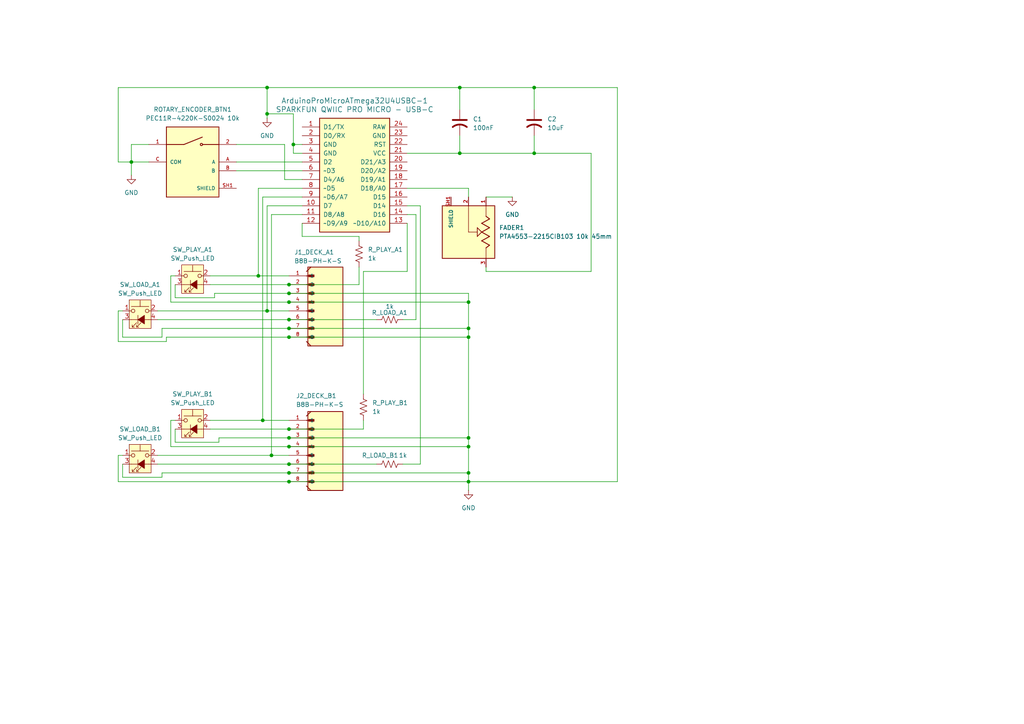
<source format=kicad_sch>
(kicad_sch (version 20250114) (generator "eeschema") (generator_version "9.0")
  (paper "A4")
  (lib_symbols
    (symbol "Arduino:Sparkfun_Pro_Micro" (pin_names (offset 1.016))
      (property "Reference" "U" (at -8.89 21.59 0))
      (property "Value" "Sparkfun_Pro_Micro" (at 0 19.05 0))
      (symbol "Sparkfun_Pro_Micro_0_1"
        (rectangle (start -10.16 17.78) (end 10.16 -15.24) (stroke (width 0.254)) (fill (type background)))
      )
      (symbol "Sparkfun_Pro_Micro_1_1"
        (pin bidirectional line (at -15.24 15.24 0) (length 5.08) (name "D1/TX") (number "1"))
        (pin bidirectional line (at -15.24 12.7 0) (length 5.08) (name "D0/RX") (number "2"))
        (pin power_in line (at -15.24 10.16 0) (length 5.08) (name "GND") (number "3"))
        (pin power_in line (at -15.24 7.62 0) (length 5.08) (name "GND") (number "4"))
        (pin bidirectional line (at -15.24 5.08 0) (length 5.08) (name "D2") (number "5"))
        (pin bidirectional line (at -15.24 2.54 0) (length 5.08) (name "~D3") (number "6"))
        (pin bidirectional line (at -15.24 0 0) (length 5.08) (name "D4/A6") (number "7"))
        (pin bidirectional line (at -15.24 -2.54 0) (length 5.08) (name "~D5") (number "8"))
        (pin bidirectional line (at -15.24 -5.08 0) (length 5.08) (name "~D6/A7") (number "9"))
        (pin bidirectional line (at -15.24 -7.62 0) (length 5.08) (name "D7") (number "10"))
        (pin bidirectional line (at -15.24 -10.16 0) (length 5.08) (name "D8/A8") (number "11"))
        (pin bidirectional line (at -15.24 -12.7 0) (length 5.08) (name "~D9/A9") (number "12"))
        (pin power_in line (at 15.24 15.24 180) (length 5.08) (name "RAW") (number "24"))
        (pin power_in line (at 15.24 12.7 180) (length 5.08) (name "GND") (number "23"))
        (pin input line (at 15.24 10.16 180) (length 5.08) (name "RST") (number "22"))
        (pin power_in line (at 15.24 7.62 180) (length 5.08) (name "VCC") (number "21"))
        (pin bidirectional line (at 15.24 5.08 180) (length 5.08) (name "D21/A3") (number "20"))
        (pin bidirectional line (at 15.24 2.54 180) (length 5.08) (name "D20/A2") (number "19"))
        (pin bidirectional line (at 15.24 0 180) (length 5.08) (name "D19/A1") (number "18"))
        (pin bidirectional line (at 15.24 -2.54 180) (length 5.08) (name "D18/A0") (number "17"))
        (pin bidirectional line (at 15.24 -5.08 180) (length 5.08) (name "D15") (number "16"))
        (pin bidirectional line (at 15.24 -7.62 180) (length 5.08) (name "D14") (number "15"))
        (pin bidirectional line (at 15.24 -10.16 180) (length 5.08) (name "D16") (number "14"))
        (pin bidirectional line (at 15.24 -12.7 180) (length 5.08) (name "~D10/A10") (number "13"))
      )
    )
    (symbol "Device:C_US" (pin_numbers (hide yes)) (pin_names (offset 0.254) (hide yes))
      (property "Reference" "C" (at 0.635 2.54 0))
      (property "Value" "C_US" (at 0.635 -2.54 0))
      (symbol "C_US_0_1"
        (polyline (pts (xy -2.032 0.762) (xy 2.032 0.762)) (stroke (width 0.508)))
        (arc (start -2.032 -1.27) (mid 0 -0.5572) (end 2.032 -1.27) (stroke (width 0.508)))
      )
      (symbol "C_US_1_1"
        (pin passive line (at 0 3.81 270) (length 2.794) (name "~") (number "1"))
        (pin passive line (at 0 -3.81 90) (length 3.302) (name "~") (number "2"))
      )
    )
    (symbol "Device:R_US" (pin_numbers (hide yes)) (pin_names (offset 0))
      (property "Reference" "R" (at 2.54 0 90))
      (property "Value" "R_US" (at -2.54 0 90))
      (symbol "R_US_0_1"
        (polyline (pts (xy 0 2.286) (xy 0 2.54)))
        (polyline (pts (xy 0 2.286) (xy 1.016 1.905) (xy 0 1.524) (xy -1.016 1.143) (xy 0 0.762)))
        (polyline (pts (xy 0 0.762) (xy 1.016 0.381) (xy 0 0) (xy -1.016 -0.381) (xy 0 -0.762)))
        (polyline (pts (xy 0 -0.762) (xy 1.016 -1.143) (xy 0 -1.524) (xy -1.016 -1.905) (xy 0 -2.286)))
        (polyline (pts (xy 0 -2.286) (xy 0 -2.54)))
      )
      (symbol "R_US_1_1"
        (pin passive line (at 0 3.81 270) (length 1.27) (name "~") (number "1"))
        (pin passive line (at 0 -3.81 90) (length 1.27) (name "~") (number "2"))
      )
    )
    (symbol "FADETUBE_LIBRARY:B8B-PH-K-S" (pin_names (offset 1.016))
      (property "Reference" "J" (at -5.58 12.7 0))
      (property "Value" "B8B-PH-K-S" (at -5.08 -12.7 0))
      (symbol "B8B-PH-K-S_0_0"
        (polyline (pts (xy -5.08 11.43) (xy -3.81 12.7)) (stroke (width 0.254)))
        (polyline (pts (xy -5.08 10.16) (xy -3.175 10.16)) (stroke (width 0.254)))
        (polyline (pts (xy -5.08 7.62) (xy -3.175 7.62)) (stroke (width 0.254)))
        (polyline (pts (xy -5.08 5.08) (xy -3.175 5.08)) (stroke (width 0.254)))
        (polyline (pts (xy -5.08 2.54) (xy -3.175 2.54)) (stroke (width 0.254)))
        (polyline (pts (xy -5.08 0) (xy -3.175 0)) (stroke (width 0.254)))
        (polyline (pts (xy -5.08 -2.54) (xy -3.175 -2.54)) (stroke (width 0.254)))
        (polyline (pts (xy -5.08 -5.08) (xy -3.175 -5.08)) (stroke (width 0.254)))
        (polyline (pts (xy -5.08 -7.62) (xy -3.175 -7.62)) (stroke (width 0.254)))
        (polyline (pts (xy -5.08 -8.89) (xy -3.81 -10.16)) (stroke (width 0.254)))
        (rectangle (start -4.6831 -10.16) (end 5.4769 12.7) (stroke (width 0.254)) (fill (type background)))
        (rectangle (start -4.445 9.8425) (end -2.8575 10.4775) (stroke (width 0.1)) (fill (type outline)))
        (rectangle (start -4.445 7.3025) (end -2.8575 7.9375) (stroke (width 0.1)) (fill (type outline)))
        (rectangle (start -4.445 4.7625) (end -2.8575 5.3975) (stroke (width 0.1)) (fill (type outline)))
        (rectangle (start -4.445 2.2225) (end -2.8575 2.8575) (stroke (width 0.1)) (fill (type outline)))
        (rectangle (start -4.445 -0.3175) (end -2.8575 0.3175) (stroke (width 0.1)) (fill (type outline)))
        (rectangle (start -4.445 -2.8575) (end -2.8575 -2.2225) (stroke (width 0.1)) (fill (type outline)))
        (rectangle (start -4.445 -5.3975) (end -2.8575 -4.7625) (stroke (width 0.1)) (fill (type outline)))
        (rectangle (start -4.445 -7.9375) (end -2.8575 -7.3025) (stroke (width 0.1)) (fill (type outline)))
        (pin passive line (at -10.16 10.16 0) (length 5.08) (name "1") (number "1"))
        (pin passive line (at -10.16 7.62 0) (length 5.08) (name "2") (number "2"))
        (pin passive line (at -10.16 5.08 0) (length 5.08) (name "3") (number "3"))
        (pin passive line (at -10.16 2.54 0) (length 5.08) (name "4") (number "4"))
        (pin passive line (at -10.16 0 0) (length 5.08) (name "5") (number "5"))
        (pin passive line (at -10.16 -2.54 0) (length 5.08) (name "6") (number "6"))
        (pin passive line (at -10.16 -5.08 0) (length 5.08) (name "7") (number "7"))
        (pin passive line (at -10.16 -7.62 0) (length 5.08) (name "8") (number "8"))
      )
    )
    (symbol "FADETUBE_LIBRARY:PEC11R-4220K-S0024" (pin_names (offset 1.016))
      (property "Reference" "S" (at -7.62 10.922 0))
      (property "Value" "PEC11R-4220K-S0024" (at -7.62 -12.7 0))
      (symbol "PEC11R-4220K-S0024_0_0"
        (rectangle (start -7.62 -10.16) (end 7.62 10.16) (stroke (width 0.254)) (fill (type background)))
        (polyline (pts (xy -2.54 5.08) (xy -7.62 5.08)) (stroke (width 0.254)))
        (polyline (pts (xy -2.54 5.08) (xy 2.794 7.2136)) (stroke (width 0.254)))
        (circle (center 2.54 5.08) (radius 0.3302) (stroke (width 0.254)))
        (polyline (pts (xy 7.62 5.08) (xy 2.921 5.08)) (stroke (width 0.254)))
        (pin passive line (at -12.7 5.08 0) (length 5.08) (name "~") (number "1"))
        (pin passive line (at -12.7 0 0) (length 5.08) (name "COM") (number "C"))
        (pin passive line (at 12.7 5.08 180) (length 5.08) (name "~") (number "2"))
        (pin passive line (at 12.7 0 180) (length 5.08) (name "A") (number "A"))
        (pin passive line (at 12.7 -2.54 180) (length 5.08) (name "B") (number "B"))
        (pin passive line (at 12.7 -7.62 180) (length 5.08) (name "SHIELD") (number "SH1"))
        (pin passive line (at 12.7 -7.62 180) (length 5.08) (hide yes) (name "SHIELD") (number "SH2"))
      )
    )
    (symbol "FADETUBE_LIBRARY:PTA4553-2215CIB103" (pin_names (offset 1.016))
      (property "Reference" "R" (at -7.62 8.382 0))
      (property "Value" "PTA4553-2215CIB103" (at -7.62 -10.16 0))
      (symbol "PTA4553-2215CIB103_0_0"
        (polyline (pts (xy -7.62 5.08) (xy -4.572 5.08)) (stroke (width 0.1524)))
        (rectangle (start -7.62 -7.62) (end 7.62 7.62) (stroke (width 0.254)) (fill (type background)))
        (polyline (pts (xy -4.572 5.08) (xy -3.81 6.096)) (stroke (width 0.254)))
        (polyline (pts (xy -3.81 6.096) (xy -2.54 3.81)) (stroke (width 0.254)))
        (polyline (pts (xy -2.54 3.81) (xy -1.27 6.096)) (stroke (width 0.254)))
        (polyline (pts (xy -1.27 6.096) (xy 0 3.81)) (stroke (width 0.254)))
        (polyline (pts (xy -1.27 2.54) (xy 0 3.81)) (stroke (width 0.2032)))
        (polyline (pts (xy 0 3.81) (xy 1.27 6.096)) (stroke (width 0.254)))
        (polyline (pts (xy 0 3.81) (xy 1.27 2.54)) (stroke (width 0.2032)))
        (polyline (pts (xy 0 2.54) (xy -1.27 2.54)) (stroke (width 0.2032)))
        (polyline (pts (xy 0 2.54) (xy 0 0)) (stroke (width 0.1524)))
        (polyline (pts (xy 0 0) (xy -7.62 0)) (stroke (width 0.1524)))
        (polyline (pts (xy 1.27 6.096) (xy 2.54 3.81)) (stroke (width 0.254)))
        (polyline (pts (xy 1.27 2.54) (xy 0 2.54)) (stroke (width 0.2032)))
        (polyline (pts (xy 2.54 3.81) (xy 3.81 6.096)) (stroke (width 0.254)))
        (polyline (pts (xy 3.81 6.096) (xy 4.572 5.08)) (stroke (width 0.254)))
        (polyline (pts (xy 4.572 5.08) (xy 7.62 5.08)) (stroke (width 0.1524)))
        (pin passive line (at -10.16 5.08 0) (length 2.54) (name "~") (number "1"))
        (pin passive line (at -10.16 0 0) (length 2.54) (name "~") (number "2"))
        (pin passive line (at -10.16 -5.08 0) (length 2.54) (name "SHIELD") (number "SH1"))
        (pin passive line (at -10.16 -5.08 0) (length 2.54) (hide yes) (name "SHIELD") (number "SH2"))
        (pin passive line (at -10.16 -5.08 0) (length 2.54) (hide yes) (name "SHIELD") (number "SH3"))
        (pin passive line (at -10.16 -5.08 0) (length 2.54) (hide yes) (name "SHIELD") (number "SH4"))
        (pin passive line (at 10.16 5.08 180) (length 2.54) (name "~") (number "3"))
      )
    )
    (symbol "Switch:SW_Push_LED" (pin_names (offset 1.016) (hide yes))
      (property "Reference" "SW" (at 0 7.62 0))
      (property "Value" "SW_Push_LED" (at 0 -3.81 0))
      (symbol "SW_Push_LED_0_0"
        (polyline (pts (xy -2.54 0) (xy 2.54 0)))
        (polyline (pts (xy -2.286 -1.524) (xy -2.286 -2.159) (xy -1.651 -2.159)))
        (polyline (pts (xy -2.286 -2.159) (xy -1.016 -0.889)))
        (polyline (pts (xy -1.016 -1.524) (xy -1.016 -2.159) (xy -0.381 -2.159)))
        (polyline (pts (xy -1.016 -2.159) (xy 0.254 -0.889)))
        (polyline (pts (xy -0.635 1.27) (xy -0.635 -1.27)))
        (polyline (pts (xy -0.635 0) (xy 1.27 1.27) (xy 1.27 -1.27) (xy -0.635 0)) (fill (type outline)))
      )
      (symbol "SW_Push_LED_0_1"
        (circle (center -2.032 2.54) (radius 0.508))
        (polyline (pts (xy 0 3.81) (xy 0 5.588)))
        (circle (center 2.032 2.54) (radius 0.508))
        (polyline (pts (xy 2.54 3.81) (xy -2.54 3.81)))
        (pin passive line (at -5.08 2.54 0) (length 2.54) (name "1") (number "1"))
        (pin passive line (at -5.08 0 0) (length 2.54) (name "K") (number "3"))
        (pin passive line (at 5.08 2.54 180) (length 2.54) (name "2") (number "2"))
        (pin passive line (at 5.08 0 180) (length 2.54) (name "A") (number "4"))
      )
      (symbol "SW_Push_LED_1_1"
        (rectangle (start -3.175 5.715) (end 3.175 -2.54) (fill (type background)))
      )
    )
    (symbol "power:GND" (power) (pin_numbers (hide yes)) (pin_names (offset 0) (hide yes))
      (property "Value" "GND" (at 0 -3.81 0))
      (symbol "GND_0_1"
        (polyline (pts (xy 0 0) (xy 0 -1.27) (xy 1.27 -1.27) (xy 0 -2.54) (xy -1.27 -1.27) (xy 0 -1.27)))
      )
      (symbol "GND_1_1"
        (pin power_in line (at 0 0 270) (length 0) (name "~") (number "1"))
      )
    )
  )
  (junction (at 76.2 121.92))
  (junction (at 83.82 85.09))
  (junction (at 83.82 137.16))
  (junction (at 83.82 92.71))
  (junction (at 135.89 127))
  (junction (at 135.89 129.54))
  (junction (at 135.89 137.16))
  (junction (at 83.82 97.79))
  (junction (at 135.89 95.25))
  (junction (at 83.82 134.62))
  (junction (at 133.35 44.45))
  (junction (at 78.74 132.08))
  (junction (at 74.93 80.01))
  (junction (at 77.47 33.02))
  (junction (at 135.89 97.79))
  (junction (at 83.82 129.54))
  (junction (at 135.89 87.63))
  (junction (at 135.89 139.7))
  (junction (at 83.82 87.63))
  (junction (at 77.47 90.17))
  (junction (at 133.35 25.4))
  (junction (at 154.94 25.4))
  (junction (at 83.82 124.46))
  (junction (at 77.47 25.4))
  (junction (at 83.82 82.55))
  (junction (at 85.09 41.91))
  (junction (at 83.82 139.7))
  (junction (at 83.82 95.25))
  (junction (at 154.94 44.45))
  (junction (at 83.82 127))
  (junction (at 38.1 46.99))
  (wire (pts (xy 48.26 97.79) (xy 48.26 99.06)))
  (wire (pts (xy 133.35 39.37) (xy 133.35 44.45)))
  (wire (pts (xy 34.29 90.17) (xy 35.56 90.17)))
  (wire (pts (xy 46.99 95.25) (xy 46.99 97.79)))
  (wire (pts (xy 116.84 92.71) (xy 120.65 92.71)))
  (wire (pts (xy 62.23 85.09) (xy 62.23 86.36)))
  (wire (pts (xy 118.11 54.61) (xy 135.89 54.61)))
  (wire (pts (xy 154.94 25.4) (xy 154.94 31.75)))
  (wire (pts (xy 45.72 92.71) (xy 83.82 92.71)))
  (wire (pts (xy 34.29 46.99) (xy 38.1 46.99)))
  (wire (pts (xy 83.82 97.79) (xy 48.26 97.79)))
  (wire (pts (xy 133.35 25.4) (xy 154.94 25.4)))
  (wire (pts (xy 83.82 87.63) (xy 49.53 87.63)))
  (wire (pts (xy 46.99 137.16) (xy 46.99 138.43)))
  (wire (pts (xy 82.55 52.07) (xy 87.63 52.07)))
  (wire (pts (xy 135.89 129.54) (xy 135.89 137.16)))
  (wire (pts (xy 62.23 86.36) (xy 50.8 86.36)))
  (wire (pts (xy 74.93 54.61) (xy 74.93 80.01)))
  (wire (pts (xy 140.97 78.74) (xy 171.45 78.74)))
  (wire (pts (xy 179.07 139.7) (xy 135.89 139.7)))
  (wire (pts (xy 154.94 44.45) (xy 171.45 44.45)))
  (wire (pts (xy 135.89 97.79) (xy 135.89 127)))
  (wire (pts (xy 179.07 25.4) (xy 179.07 139.7)))
  (wire (pts (xy 68.58 41.91) (xy 82.55 41.91)))
  (wire (pts (xy 49.53 121.92) (xy 50.8 121.92)))
  (wire (pts (xy 135.89 87.63) (xy 135.89 85.09)))
  (wire (pts (xy 118.11 78.74) (xy 118.11 64.77)))
  (wire (pts (xy 83.82 82.55) (xy 104.14 82.55)))
  (wire (pts (xy 45.72 134.62) (xy 83.82 134.62)))
  (wire (pts (xy 83.82 129.54) (xy 49.53 129.54)))
  (wire (pts (xy 154.94 39.37) (xy 154.94 44.45)))
  (wire (pts (xy 83.82 95.25) (xy 135.89 95.25)))
  (wire (pts (xy 49.53 87.63) (xy 49.53 80.01)))
  (wire (pts (xy 83.82 95.25) (xy 46.99 95.25)))
  (wire (pts (xy 45.72 90.17) (xy 77.47 90.17)))
  (wire (pts (xy 68.58 46.99) (xy 87.63 46.99)))
  (wire (pts (xy 121.92 59.69) (xy 118.11 59.69)))
  (wire (pts (xy 60.96 121.92) (xy 76.2 121.92)))
  (wire (pts (xy 87.63 59.69) (xy 77.47 59.69)))
  (wire (pts (xy 34.29 132.08) (xy 35.56 132.08)))
  (wire (pts (xy 105.41 78.74) (xy 105.41 114.3)))
  (wire (pts (xy 50.8 86.36) (xy 50.8 82.55)))
  (wire (pts (xy 140.97 77.47) (xy 140.97 78.74)))
  (wire (pts (xy 133.35 44.45) (xy 154.94 44.45)))
  (wire (pts (xy 85.09 33.02) (xy 85.09 41.91)))
  (wire (pts (xy 118.11 62.23) (xy 120.65 62.23)))
  (wire (pts (xy 60.96 80.01) (xy 74.93 80.01)))
  (wire (pts (xy 63.5 128.27) (xy 50.8 128.27)))
  (wire (pts (xy 87.63 68.58) (xy 104.14 68.58)))
  (wire (pts (xy 83.82 137.16) (xy 135.89 137.16)))
  (wire (pts (xy 83.82 134.62) (xy 109.22 134.62)))
  (wire (pts (xy 105.41 78.74) (xy 118.11 78.74)))
  (wire (pts (xy 34.29 139.7) (xy 34.29 132.08)))
  (wire (pts (xy 87.63 44.45) (xy 85.09 44.45)))
  (wire (pts (xy 116.84 134.62) (xy 121.92 134.62)))
  (wire (pts (xy 135.89 139.7) (xy 135.89 142.24)))
  (wire (pts (xy 68.58 49.53) (xy 87.63 49.53)))
  (wire (pts (xy 38.1 46.99) (xy 38.1 50.8)))
  (wire (pts (xy 35.56 138.43) (xy 35.56 134.62)))
  (wire (pts (xy 83.82 139.7) (xy 135.89 139.7)))
  (wire (pts (xy 46.99 97.79) (xy 35.56 97.79)))
  (wire (pts (xy 77.47 25.4) (xy 133.35 25.4)))
  (wire (pts (xy 46.99 138.43) (xy 35.56 138.43)))
  (wire (pts (xy 83.82 85.09) (xy 62.23 85.09)))
  (wire (pts (xy 83.82 97.79) (xy 135.89 97.79)))
  (wire (pts (xy 133.35 25.4) (xy 133.35 31.75)))
  (wire (pts (xy 77.47 59.69) (xy 77.47 90.17)))
  (wire (pts (xy 83.82 129.54) (xy 135.89 129.54)))
  (wire (pts (xy 60.96 82.55) (xy 83.82 82.55)))
  (wire (pts (xy 77.47 25.4) (xy 34.29 25.4)))
  (wire (pts (xy 104.14 68.58) (xy 104.14 69.85)))
  (wire (pts (xy 50.8 128.27) (xy 50.8 124.46)))
  (wire (pts (xy 83.82 127) (xy 135.89 127)))
  (wire (pts (xy 45.72 132.08) (xy 78.74 132.08)))
  (wire (pts (xy 140.97 57.15) (xy 148.59 57.15)))
  (wire (pts (xy 76.2 121.92) (xy 83.82 121.92)))
  (wire (pts (xy 120.65 92.71) (xy 120.65 62.23)))
  (wire (pts (xy 85.09 33.02) (xy 77.47 33.02)))
  (wire (pts (xy 87.63 57.15) (xy 76.2 57.15)))
  (wire (pts (xy 49.53 129.54) (xy 49.53 121.92)))
  (wire (pts (xy 60.96 124.46) (xy 83.82 124.46)))
  (wire (pts (xy 135.89 137.16) (xy 135.89 139.7)))
  (wire (pts (xy 82.55 41.91) (xy 82.55 52.07)))
  (wire (pts (xy 34.29 139.7) (xy 83.82 139.7)))
  (wire (pts (xy 77.47 25.4) (xy 77.47 33.02)))
  (wire (pts (xy 87.63 41.91) (xy 85.09 41.91)))
  (wire (pts (xy 77.47 33.02) (xy 77.47 34.29)))
  (wire (pts (xy 104.14 77.47) (xy 104.14 82.55)))
  (wire (pts (xy 83.82 87.63) (xy 135.89 87.63)))
  (wire (pts (xy 135.89 87.63) (xy 135.89 95.25)))
  (wire (pts (xy 35.56 97.79) (xy 35.56 92.71)))
  (wire (pts (xy 171.45 78.74) (xy 171.45 44.45)))
  (wire (pts (xy 83.82 85.09) (xy 135.89 85.09)))
  (wire (pts (xy 77.47 90.17) (xy 83.82 90.17)))
  (wire (pts (xy 135.89 95.25) (xy 135.89 97.79)))
  (wire (pts (xy 87.63 62.23) (xy 78.74 62.23)))
  (wire (pts (xy 105.41 121.92) (xy 105.41 124.46)))
  (wire (pts (xy 83.82 92.71) (xy 109.22 92.71)))
  (wire (pts (xy 74.93 80.01) (xy 83.82 80.01)))
  (wire (pts (xy 85.09 41.91) (xy 85.09 44.45)))
  (wire (pts (xy 121.92 134.62) (xy 121.92 59.69)))
  (wire (pts (xy 38.1 46.99) (xy 43.18 46.99)))
  (wire (pts (xy 87.63 64.77) (xy 87.63 68.58)))
  (wire (pts (xy 83.82 124.46) (xy 105.41 124.46)))
  (wire (pts (xy 34.29 25.4) (xy 34.29 46.99)))
  (wire (pts (xy 83.82 137.16) (xy 46.99 137.16)))
  (wire (pts (xy 38.1 41.91) (xy 38.1 46.99)))
  (wire (pts (xy 63.5 127) (xy 63.5 128.27)))
  (wire (pts (xy 43.18 41.91) (xy 38.1 41.91)))
  (wire (pts (xy 48.26 99.06) (xy 34.29 99.06)))
  (wire (pts (xy 135.89 127) (xy 135.89 129.54)))
  (wire (pts (xy 78.74 132.08) (xy 83.82 132.08)))
  (wire (pts (xy 34.29 99.06) (xy 34.29 90.17)))
  (wire (pts (xy 135.89 54.61) (xy 135.89 57.15)))
  (wire (pts (xy 78.74 62.23) (xy 78.74 132.08)))
  (wire (pts (xy 76.2 57.15) (xy 76.2 121.92)))
  (wire (pts (xy 49.53 80.01) (xy 50.8 80.01)))
  (wire (pts (xy 118.11 44.45) (xy 133.35 44.45)))
  (wire (pts (xy 74.93 54.61) (xy 87.63 54.61)))
  (wire (pts (xy 154.94 25.4) (xy 179.07 25.4)))
  (wire (pts (xy 83.82 127) (xy 63.5 127)))
  (symbol (lib_id "Device:R_US") (at 105.41 118.11 0) (unit 1)
    (property "Reference" "R_PLAY_B1" (at 107.95 116.8399 0) (effects (justify left)))
    (property "Value" "1k" (at 107.95 119.3799 0) (effects (justify left)))
    (property "Footprint" "Resistor_SMD:R_0603_1608Metric" (effects (hide yes)))
    (property "Description" "Resistor, US symbol" (effects (hide yes)))
  )
  (symbol (lib_id "Switch:SW_Push_LED") (at 40.64 134.62 0) (unit 1) (in_bom no) (on_board no)
    (property "Reference" "SW_LOAD_B1" (at 40.64 124.46 0))
    (property "Value" "SW_Push_LED" (at 40.64 127 0))
    (property "Description" "Push button switch with LED, generic" (effects (hide yes)))
  )
  (symbol (lib_id "power:GND") (at 148.59 57.15 0) (unit 1)
    (property "Reference" "#PWR02" (effects (hide yes)))
    (property "Value" "GND" (at 148.59 62.23 0))
    (property "Description" "Power symbol creates a global label with name \"GND\" , ground" (effects (hide yes)))
  )
  (symbol (lib_id "FADETUBE_LIBRARY:B8B-PH-K-S") (at 93.98 90.17 0) (unit 1)
    (property "Reference" "J1_DECK_A1" (at 85.344 73.152 0) (effects (justify left)))
    (property "Value" "B8B-PH-K-S" (at 85.344 75.692 0) (effects (justify left)))
    (property "Footprint" "FADETUBE_LIBRARY:JST_B8B-PH-K-S" (effects (hide yes)))
    (property "Datasheet" "https://www.jst.com/wp-content/uploads/2025/06/ePH.pdf" (effects (hide yes)))
    (property "MF" "JST Sales" (effects (hide yes)))
    (property "Description_1" "Connector Header Through Hole 8 position 0.079 (2.00mm)" (effects (hide yes)))
    (property "Package" "None" (effects (hide yes)))
    (property "Price" "None" (effects (hide yes)))
    (property "Check_prices" "https://www.snapeda.com/parts/B8B-PH-K-S/JST/view-part/?ref=eda" (effects (hide yes)))
    (property "SnapEDA_Link" "https://www.snapeda.com/parts/B8B-PH-K-S/JST%20Sales/view-part/?ref=search&t=B8B-PH-K-S&ab_test_case=b" (effects (hide yes)))
    (property "MP" "B8B-PH-K-S" (effects (hide yes)))
    (property "Availability" "In Stock" (effects (hide yes)))
    (property "MANUFACTURER" "JST" (effects (hide yes)))
    (property "MANUFACTURER PART NUMBER" "B8B-PH-K-S" (effects (hide yes)))
    (property "PURCHASE-URL" "https://www.digikey.com/en/products/detail/jst-sales-america-inc/B8B-PH-K-S/926617?utm_campaign=buynow&utm_medium=aggregator&utm_source=snapeda" (effects (hide yes)))
    (property "SUPPLIER" "digikey" (effects (hide yes)))
    (property "SUPPLIER PART NUMBER" "455-1710-ND" (effects (hide yes)))
  )
  (symbol (lib_id "power:GND") (at 38.1 50.8 0) (unit 1)
    (property "Reference" "#PWR03" (effects (hide yes)))
    (property "Value" "GND" (at 38.1 55.88 0))
    (property "Description" "Power symbol creates a global label with name \"GND\" , ground" (effects (hide yes)))
  )
  (symbol (lib_id "Switch:SW_Push_LED") (at 55.88 82.55 0) (unit 1) (in_bom no) (on_board no)
    (property "Reference" "SW_PLAY_A1" (at 55.88 72.39 0))
    (property "Value" "SW_Push_LED" (at 55.88 74.93 0))
    (property "Description" "Push button switch with LED, generic" (effects (hide yes)))
  )
  (symbol (lib_id "FADETUBE_LIBRARY:PTA4553-2215CIB103") (at 135.89 67.31 270) (unit 1)
    (property "Reference" "FADER1" (at 144.78 66.0399 90) (effects (justify left)))
    (property "Value" "PTA4553-2215CIB103 10k 45mm" (at 144.78 68.5799 90) (effects (justify left)))
    (property "Footprint" "FADETUBE_LIBRARY:TRIM_PTA4553-2215CIB103" (effects (hide yes)))
    (property "Datasheet" "https://bourns.com/data/global/pdfs/PTA.pdf" (effects (hide yes)))
    (property "Description" "10 kOhms 0.25W, 1/4W Through Hole Slide Potentiometer Top Adjustment Type" (effects (hide yes)))
    (property "MF" "Bourns" (effects (hide yes)))
    (property "PACKAGE" "None" (effects (hide yes)))
    (property "PRICE" "None" (effects (hide yes)))
    (property "Package" "None" (effects (hide yes)))
    (property "Check_prices" "https://www.snapeda.com/parts/PTA4553-2215CIB103/Bourns/view-part/?ref=eda" (effects (hide yes)))
    (property "Price" "None" (effects (hide yes)))
    (property "SnapEDA_Link" "https://www.snapeda.com/parts/PTA4553-2215CIB103/Bourns/view-part/?ref=snap" (effects (hide yes)))
    (property "MP" "PTA4553-2215CIB103" (effects (hide yes)))
    (property "Description_1" "10 kOhms 0.25W, 1/4W Through Hole Slide Potentiometer Top Adjustment Type" (effects (hide yes)))
    (property "Availability" "In Stock" (effects (hide yes)))
    (property "AVAILABILITY" "In Stock" (effects (hide yes)))
    (property "PURCHASE-URL" "https://www.digikey.com/en/products/detail/bourns-inc/PTA4553-2215CIB103/3781219?utm_campaign=buynow&utm_medium=aggregator&utm_source=snapeda" (effects (hide yes)))
    (property "MANUFACTURER" "Bourns" (effects (hide yes)))
    (property "MANUFACTURER PART NUMBER" "PTA4553-2215CIB103" (effects (hide yes)))
    (property "SUPPLIER" "digikey" (effects (hide yes)))
    (property "SUPPLIER PART NUMBER" "PTA4553-2215CIB103-ND" (effects (hide yes)))
  )
  (symbol (lib_id "Switch:SW_Push_LED") (at 55.88 124.46 0) (unit 1) (in_bom no) (on_board no)
    (property "Reference" "SW_PLAY_B1" (at 55.88 114.3 0))
    (property "Value" "SW_Push_LED" (at 55.88 116.84 0))
    (property "Description" "Push button switch with LED, generic" (effects (hide yes)))
  )
  (symbol (lib_id "Device:C_US") (at 133.35 35.56 0) (unit 1)
    (property "Reference" "C1" (at 137.16 34.5439 0) (effects (justify left)))
    (property "Value" "100nF" (at 137.16 37.0839 0) (effects (justify left)))
    (property "Footprint" "Capacitor_SMD:C_0603_1608Metric" (effects (hide yes)))
    (property "Description" "capacitor, US symbol" (effects (hide yes)))
  )
  (symbol (lib_id "Device:R_US") (at 113.03 134.62 90) (unit 1)
    (property "Reference" "R_LOAD_B1" (at 115.57 132.08 90) (effects (justify left)))
    (property "Value" "1k" (at 118.11 132.08 90) (effects (justify left)))
    (property "Footprint" "Resistor_SMD:R_0603_1608Metric" (effects (hide yes)))
    (property "Description" "Resistor, US symbol" (effects (hide yes)))
  )
  (symbol (lib_id "Device:R_US") (at 113.03 92.71 90) (unit 1)
    (property "Reference" "R_LOAD_A1" (at 113.03 90.678 90))
    (property "Value" "1k" (at 113.03 88.9 90))
    (property "Footprint" "Resistor_SMD:R_0603_1608Metric" (effects (hide yes)))
    (property "Description" "Resistor, US symbol" (effects (hide yes)))
  )
  (symbol (lib_id "power:GND") (at 77.47 34.29 0) (unit 1)
    (property "Reference" "#PWR05" (effects (hide yes)))
    (property "Value" "GND" (at 77.47 39.37 0))
    (property "Description" "Power symbol creates a global label with name \"GND\" , ground" (effects (hide yes)))
  )
  (symbol (lib_id "FADETUBE_LIBRARY:B8B-PH-K-S") (at 93.98 132.08 0) (unit 1)
    (property "Reference" "J2_DECK_B1" (at 85.852 114.808 0) (effects (justify left)))
    (property "Value" "B8B-PH-K-S" (at 85.852 117.348 0) (effects (justify left)))
    (property "Footprint" "FADETUBE_LIBRARY:JST_B8B-PH-K-S" (effects (hide yes)))
    (property "Datasheet" "https://www.jst.com/wp-content/uploads/2025/06/ePH.pdf" (effects (hide yes)))
    (property "MF" "JST Sales" (effects (hide yes)))
    (property "Description_1" "Connector Header Through Hole 8 position 0.079 (2.00mm)" (effects (hide yes)))
    (property "Package" "None" (effects (hide yes)))
    (property "Price" "None" (effects (hide yes)))
    (property "Check_prices" "https://www.snapeda.com/parts/B8B-PH-K-S/JST/view-part/?ref=eda" (effects (hide yes)))
    (property "SnapEDA_Link" "https://www.snapeda.com/parts/B8B-PH-K-S/JST%20Sales/view-part/?ref=search&t=B8B-PH-K-S&ab_test_case=b" (effects (hide yes)))
    (property "MP" "B8B-PH-K-S" (effects (hide yes)))
    (property "Availability" "In Stock" (effects (hide yes)))
    (property "MANUFACTURER" "JST" (effects (hide yes)))
    (property "MANUFACTURER PART NUMBER" "B8B-PH-K-S" (effects (hide yes)))
    (property "PURCHASE-URL" "https://www.digikey.com/en/products/detail/jst-sales-america-inc/B8B-PH-K-S/926617?utm_campaign=buynow&utm_medium=aggregator&utm_source=snapeda" (effects (hide yes)))
    (property "SUPPLIER" "digikey" (effects (hide yes)))
    (property "SUPPLIER PART NUMBER" "455-1710-ND" (effects (hide yes)))
  )
  (symbol (lib_id "Switch:SW_Push_LED") (at 40.64 92.71 0) (unit 1) (in_bom no) (on_board no)
    (property "Reference" "SW_LOAD_A1" (at 40.64 82.55 0))
    (property "Value" "SW_Push_LED" (at 40.64 85.09 0))
    (property "Description" "Push button switch with LED, generic" (effects (hide yes)))
  )
  (symbol (lib_id "FADETUBE_LIBRARY:PEC11R-4220K-S0024") (at 55.88 46.99 0) (unit 1)
    (property "Reference" "ROTARY_ENCODER_BTN1" (at 55.88 31.75 0))
    (property "Value" "PEC11R-4220K-S0024 10k" (at 55.88 34.29 0))
    (property "Footprint" "FADETUBE_LIBRARY:XDCR_PEC11R-4220K-S0024" (effects (hide yes)))
    (property "Datasheet" "https://bourns.com/docs/product-datasheets/pec11r.pdf?sfvrsn=bb617cbf_14" (effects (hide yes)))
    (property "MF" "Bourns" (effects (hide yes)))
    (property "Description_1" "24 Pulse Incremental Mechanical Rotary Encoder w/ 6 mm Knurl Shaft,Through Hole | Bourns PEC11R-4220K-S0024" (effects (hide yes)))
    (property "CREATOR" "ASHISH" (effects (hide yes)))
    (property "Price" "None" (effects (hide yes)))
    (property "Package" "None" (effects (hide yes)))
    (property "Check_prices" "https://www.snapeda.com/parts/PEC11R-4220K-S0024/Bourns/view-part/?ref=eda" (effects (hide yes)))
    (property "STANDARD" "Manufacturer Recommendations" (effects (hide yes)))
    (property "PARTREV" "11/23" (effects (hide yes)))
    (property "VERIFIER" "KARTHIK" (effects (hide yes)))
    (property "SnapEDA_Link" "https://www.snapeda.com/parts/PEC11R-4220K-S0024/Bourns/view-part/?ref=snap" (effects (hide yes)))
    (property "MP" "PEC11R-4220K-S0024" (effects (hide yes)))
    (property "Availability" "In Stock" (effects (hide yes)))
    (property "MANUFACTURER" "Bourns" (effects (hide yes)))
    (property "MANUFACTURER PART NUMBER" "PTA4553-2215CIB103" (effects (hide yes)))
    (property "PURCHASE-URL" "https://www.digikey.com/en/products/detail/bourns-inc/PTA4553-2215CIB103/3781219?utm_campaign=buynow&utm_medium=aggregator&utm_source=snapeda" (effects (hide yes)))
    (property "SUPPLIER" "digikey" (effects (hide yes)))
    (property "SUPPLIER PART NUMBER" "PTA4553-2215CIB103-ND" (effects (hide yes)))
  )
  (symbol (lib_id "power:GND") (at 135.89 142.24 0) (unit 1)
    (property "Reference" "#PWR06" (effects (hide yes)))
    (property "Value" "GND" (at 135.89 147.32 0))
    (property "Description" "Power symbol creates a global label with name \"GND\" , ground" (effects (hide yes)))
  )
  (symbol (lib_id "Device:C_US") (at 154.94 35.56 0) (unit 1)
    (property "Reference" "C2" (at 158.75 34.5439 0) (effects (justify left)))
    (property "Value" "10uF" (at 158.75 37.0839 0) (effects (justify left)))
    (property "Footprint" "Capacitor_SMD:C_0805_2012Metric" (effects (hide yes)))
    (property "Description" "capacitor, US symbol" (effects (hide yes)))
    (property "SUPPLIER" "digikey" (effects (hide yes)))
    (property "SUPPLIER PART NUMBER" "GRM21BR61C106KE15K" (effects (hide yes)))
    (property "PURCHASE-URL" "https://www.digikey.com.mx/en/products/detail/murata-electronics/GRM21BR61C106KE15K/2546903?s=N4IgTCBcDaIOICUCyYCMAhBA2VBhVADFgNICiqArMSALoC%2BQA" (effects (hide yes)))
  )
  (symbol (lib_id "Device:R_US") (at 104.14 73.66 0) (unit 1)
    (property "Reference" "R_PLAY_A1" (at 106.68 72.3899 0) (effects (justify left)))
    (property "Value" "1k" (at 106.68 74.9299 0) (effects (justify left)))
    (property "Footprint" "Resistor_SMD:R_0603_1608Metric" (effects (hide yes)))
    (property "Description" "Resistor, US symbol" (effects (hide yes)))
  )
  (symbol (lib_id "Arduino:Sparkfun_Pro_Micro") (at 102.87 52.07 0) (unit 1)
    (property "Reference" "ArduinoProMicroATmega32U4USBC-1" (at 102.87 29.21 0) (effects (font (size 1.524 1.524))))
    (property "Value" "SPARKFUN QWIIC PRO MICRO - USB-C" (at 102.87 31.75 0) (effects (font (size 1.524 1.524))))
    (property "Footprint" "Arduino:Sparkfun_Pro_Micro" (effects (hide yes)))
    (property "Datasheet" "https://cdn.sparkfun.com/assets/learn_tutorials/1/1/1/4/QwiicProMicroUSB-C.pdf" (effects (hide yes)))
    (property "Description" "SPARKFUN QWIIC PRO MICRO - USB-C" (effects (hide yes)))
    (property "MANUFACTURER" "SparkFun Electronics" (effects (hide yes)))
    (property "MANUFACTURER PART NUMBER" "DEV-15795" (effects (hide yes)))
    (property "PURCHASE-URL" "https://www.digikey.com.mx/es/products/detail/sparkfun-electronics/15795/11594572" (effects (hide yes)))
    (property "SUPPLIER" "digikey" (effects (hide yes)))
    (property "SUPPLIER PART NUMBER" "1568-15795-ND" (effects (hide yes)))
    (property "SnapEDA_Link" "https://www.snapeda.com/parts/15795/SparkFun%20Electronics/view-part/?ref=search&t=15795&ab_test_case=b" (effects (hide yes)))
  )
)
</source>
